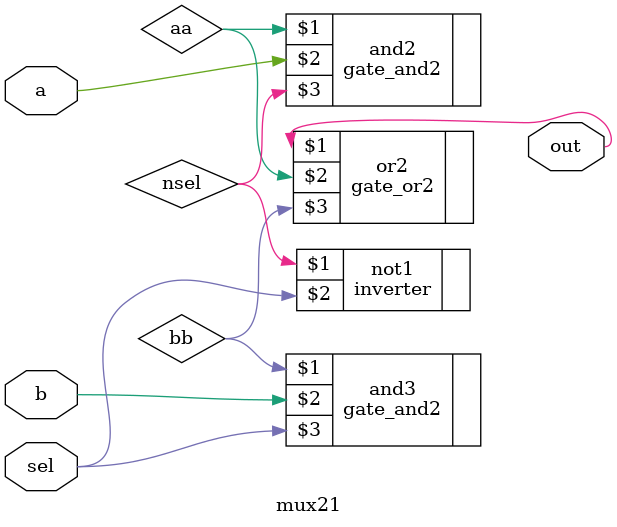
<source format=v>
`include "gate_and.v" 
`include "gate_or2.v"  
`include "inverter.v"
module mux21(
    input a, b,
    input sel,
    output out
);
    wire nsel;
    wire aa, bb;

    inverter not1 (nsel, sel);

    gate_and2 and2 (aa, a, nsel);
    gate_and2 and3 (bb, b, sel);

    gate_or2 or2 (out, aa, bb);
endmodule


</source>
